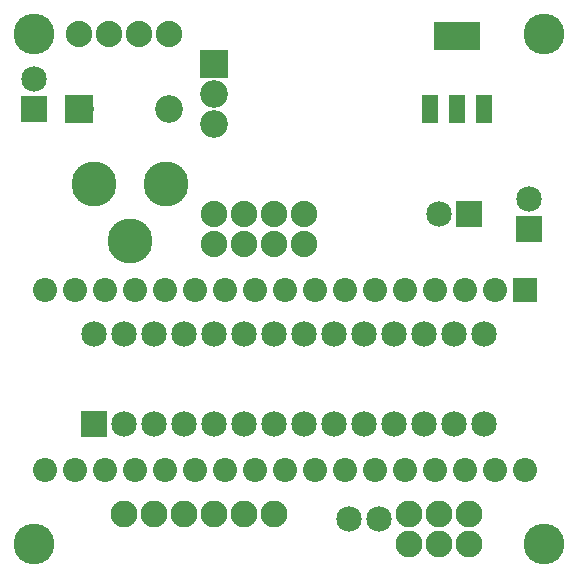
<source format=gbs>
G04 MADE WITH FRITZING*
G04 WWW.FRITZING.ORG*
G04 DOUBLE SIDED*
G04 HOLES PLATED*
G04 CONTOUR ON CENTER OF CONTOUR VECTOR*
%ASAXBY*%
%FSLAX23Y23*%
%MOIN*%
%OFA0B0*%
%SFA1.0B1.0*%
%ADD10C,0.088000*%
%ADD11C,0.085000*%
%ADD12C,0.089370*%
%ADD13C,0.080555*%
%ADD14C,0.080583*%
%ADD15C,0.092000*%
%ADD16C,0.135984*%
%ADD17C,0.150000*%
%ADD18R,0.085000X0.085000*%
%ADD19R,0.080542X0.080570*%
%ADD20R,0.092000X0.092000*%
%ADD21R,0.058000X0.098000*%
%ADD22R,0.151732X0.096614*%
%LNMASK0*%
G90*
G70*
G54D10*
X730Y1138D03*
X830Y1138D03*
X930Y1138D03*
X1030Y1138D03*
X730Y1138D03*
X830Y1138D03*
X930Y1138D03*
X1030Y1138D03*
X1030Y1238D03*
X930Y1238D03*
X830Y1238D03*
X730Y1238D03*
G54D11*
X1780Y1188D03*
X1780Y1288D03*
X1580Y1238D03*
X1480Y1238D03*
G54D12*
X430Y238D03*
X530Y238D03*
X630Y238D03*
X730Y238D03*
X830Y238D03*
X930Y238D03*
G54D13*
X1765Y984D03*
X1665Y984D03*
X1565Y984D03*
X1465Y984D03*
X1365Y984D03*
X1265Y984D03*
X1165Y984D03*
X1065Y984D03*
X965Y984D03*
G54D14*
X865Y984D03*
X765Y984D03*
X665Y984D03*
G54D13*
X565Y984D03*
X465Y984D03*
G54D14*
X365Y984D03*
X265Y984D03*
X165Y984D03*
G54D13*
X1765Y384D03*
X1665Y384D03*
X1565Y384D03*
X1465Y384D03*
X1365Y384D03*
X1265Y384D03*
X965Y384D03*
G54D14*
X865Y384D03*
G54D13*
X1065Y384D03*
X1165Y384D03*
G54D14*
X765Y384D03*
X665Y384D03*
G54D13*
X565Y384D03*
X465Y384D03*
G54D14*
X365Y384D03*
X265Y384D03*
X165Y384D03*
G54D15*
X730Y1738D03*
X730Y1638D03*
X730Y1538D03*
X282Y1588D03*
X580Y1588D03*
G54D16*
X1830Y138D03*
X130Y138D03*
X1830Y1838D03*
X130Y1838D03*
G54D11*
X330Y538D03*
X330Y838D03*
X430Y538D03*
X430Y838D03*
X530Y538D03*
X530Y838D03*
X630Y538D03*
X630Y838D03*
X730Y538D03*
X730Y838D03*
X830Y538D03*
X830Y838D03*
X930Y538D03*
X930Y838D03*
X1030Y538D03*
X1030Y838D03*
X1130Y538D03*
X1130Y838D03*
X1230Y538D03*
X1230Y838D03*
X1330Y538D03*
X1330Y838D03*
X1430Y538D03*
X1430Y838D03*
X1530Y538D03*
X1530Y838D03*
X1630Y538D03*
X1630Y838D03*
X1280Y221D03*
X1180Y221D03*
G54D10*
X280Y1838D03*
X380Y1838D03*
X480Y1838D03*
X580Y1838D03*
G54D12*
X1380Y138D03*
X1480Y138D03*
X1580Y138D03*
X1380Y138D03*
X1480Y138D03*
X1580Y138D03*
X1580Y238D03*
X1480Y238D03*
X1380Y238D03*
G54D17*
X570Y1338D03*
X330Y1338D03*
X450Y1148D03*
G54D11*
X130Y1588D03*
X130Y1688D03*
G54D18*
X1780Y1188D03*
X1580Y1238D03*
G54D19*
X1765Y984D03*
G54D20*
X730Y1738D03*
X281Y1588D03*
G54D21*
X1630Y1588D03*
X1539Y1588D03*
X1448Y1588D03*
G54D22*
X1539Y1832D03*
G54D18*
X330Y538D03*
X130Y1588D03*
G04 End of Mask0*
M02*
</source>
